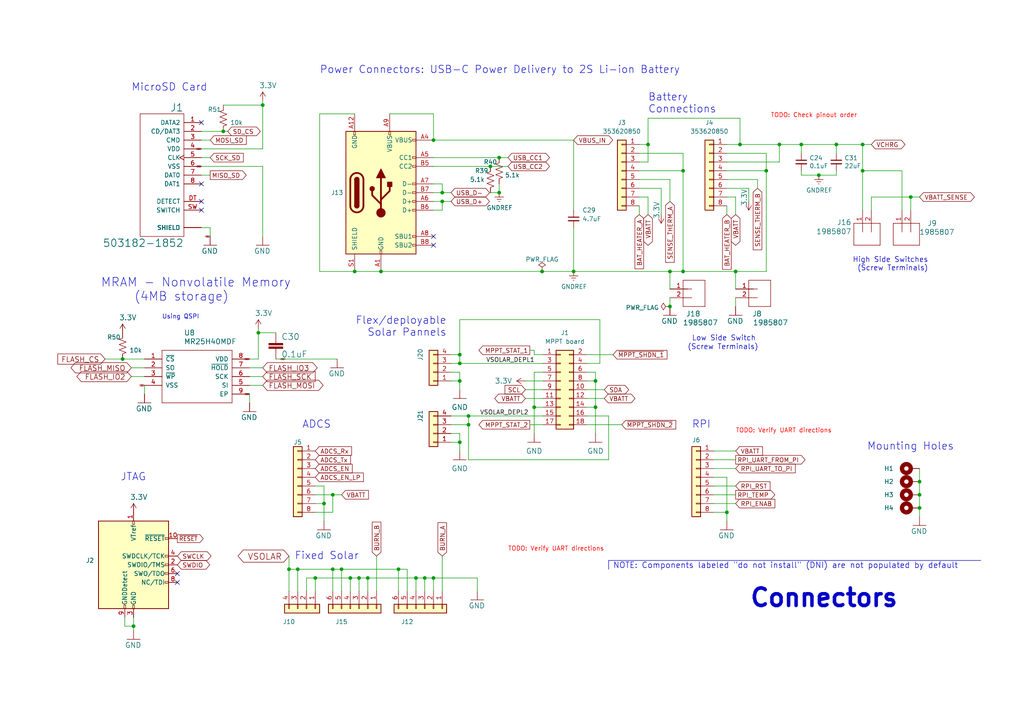
<source format=kicad_sch>
(kicad_sch (version 20230121) (generator eeschema)
  (paper "A4")
  (title_block (title "PyCubed Mainboard") (date "2021-06-09") (rev "v05c") (company "Max Holliday"))
  (lib_symbols
    (symbol "Connector:Conn_ARM_JTAG_SWD_10" (pin_names (offset 1.016))
      (property "Reference" "J" (at -2.54 16.51 0))
      (property "Value" "Conn_ARM_JTAG_SWD_10" (at -2.54 13.97 0))
      (symbol "Conn_ARM_JTAG_SWD_10_1_1"
        (pin power_in line (at 0 15.24 270) (length 2.54) (name "VTref") (number "1"))
        (pin open_collector line (at 12.7 7.62 180) (length 2.54) (name "~{RESET}") (number "10"))
        (pin bidirectional line (at 12.7 0 180) (length 2.54) (name "SWDIO/TMS") (number "2"))
        (pin power_in line (at 0 -15.24 90) (length 2.54) (name "GND") (number "3"))
        (pin output line (at 12.7 2.54 180) (length 2.54) (name "SWDCLK/TCK") (number "4"))
        (pin passive line (at 0 -15.24 90) (length 2.54) hide (name "GND") (number "5"))
        (pin input line (at 12.7 -2.54 180) (length 2.54) (name "SWO/TDO") (number "6"))
        (pin output line (at 12.7 -5.08 180) (length 2.54) (name "NC/TDI") (number "8"))
        (pin passive line (at -2.54 -15.24 90) (length 2.54) (name "GNDDetect") (number "9"))
      )
    )
    (symbol "Connector_Generic:Conn_01x04" (pin_names (offset 1.016) hide)
      (property "Reference" "J" (at 0 5.08 0))
      (property "Value" "Conn_01x04" (at 0 -7.62 0))
      (symbol "Conn_01x04_1_1"
        (pin passive line (at -5.08 2.54 0) (length 3.81) (name "Pin_1") (number "1"))
        (pin passive line (at -5.08 0 0) (length 3.81) (name "Pin_2") (number "2"))
        (pin passive line (at -5.08 -2.54 0) (length 3.81) (name "Pin_3") (number "3"))
        (pin passive line (at -5.08 -5.08 0) (length 3.81) (name "Pin_4") (number "4"))
      )
    )
    (symbol "Connector_Generic:Conn_01x06" (pin_names (offset 1.016) hide)
      (property "Reference" "J" (at 0 7.62 0))
      (property "Value" "Conn_01x06" (at 0 -10.16 0))
      (symbol "Conn_01x06_1_1"
        (pin passive line (at -5.08 5.08 0) (length 3.81) (name "Pin_1") (number "1"))
        (pin passive line (at -5.08 2.54 0) (length 3.81) (name "Pin_2") (number "2"))
        (pin passive line (at -5.08 0 0) (length 3.81) (name "Pin_3") (number "3"))
        (pin passive line (at -5.08 -2.54 0) (length 3.81) (name "Pin_4") (number "4"))
        (pin passive line (at -5.08 -5.08 0) (length 3.81) (name "Pin_5") (number "5"))
        (pin passive line (at -5.08 -7.62 0) (length 3.81) (name "Pin_6") (number "6"))
      )
    )
    (symbol "Connector_Generic:Conn_01x08" (pin_names (offset 1.016) hide)
      (property "Reference" "J" (at 0 10.16 0))
      (property "Value" "Conn_01x08" (at 0 -12.7 0))
      (symbol "Conn_01x08_1_1"
        (pin passive line (at -5.08 7.62 0) (length 3.81) (name "Pin_1") (number "1"))
        (pin passive line (at -5.08 5.08 0) (length 3.81) (name "Pin_2") (number "2"))
        (pin passive line (at -5.08 2.54 0) (length 3.81) (name "Pin_3") (number "3"))
        (pin passive line (at -5.08 0 0) (length 3.81) (name "Pin_4") (number "4"))
        (pin passive line (at -5.08 -2.54 0) (length 3.81) (name "Pin_5") (number "5"))
        (pin passive line (at -5.08 -5.08 0) (length 3.81) (name "Pin_6") (number "6"))
        (pin passive line (at -5.08 -7.62 0) (length 3.81) (name "Pin_7") (number "7"))
        (pin passive line (at -5.08 -10.16 0) (length 3.81) (name "Pin_8") (number "8"))
      )
    )
    (symbol "Connector_Generic:Conn_02x09_Odd_Even" (pin_names (offset 1.016) hide)
      (property "Reference" "J" (at 1.27 12.7 0))
      (property "Value" "Conn_02x09_Odd_Even" (at 1.27 -12.7 0))
      (symbol "Conn_02x09_Odd_Even_1_1"
        (pin passive line (at -5.08 10.16 0) (length 3.81) (name "Pin_1") (number "1"))
        (pin passive line (at 7.62 0 180) (length 3.81) (name "Pin_10") (number "10"))
        (pin passive line (at -5.08 -2.54 0) (length 3.81) (name "Pin_11") (number "11"))
        (pin passive line (at 7.62 -2.54 180) (length 3.81) (name "Pin_12") (number "12"))
        (pin passive line (at -5.08 -5.08 0) (length 3.81) (name "Pin_13") (number "13"))
        (pin passive line (at 7.62 -5.08 180) (length 3.81) (name "Pin_14") (number "14"))
        (pin passive line (at -5.08 -7.62 0) (length 3.81) (name "Pin_15") (number "15"))
        (pin passive line (at 7.62 -7.62 180) (length 3.81) (name "Pin_16") (number "16"))
        (pin passive line (at -5.08 -10.16 0) (length 3.81) (name "Pin_17") (number "17"))
        (pin passive line (at 7.62 -10.16 180) (length 3.81) (name "Pin_18") (number "18"))
        (pin passive line (at 7.62 10.16 180) (length 3.81) (name "Pin_2") (number "2"))
        (pin passive line (at -5.08 7.62 0) (length 3.81) (name "Pin_3") (number "3"))
        (pin passive line (at 7.62 7.62 180) (length 3.81) (name "Pin_4") (number "4"))
        (pin passive line (at -5.08 5.08 0) (length 3.81) (name "Pin_5") (number "5"))
        (pin passive line (at 7.62 5.08 180) (length 3.81) (name "Pin_6") (number "6"))
        (pin passive line (at -5.08 2.54 0) (length 3.81) (name "Pin_7") (number "7"))
        (pin passive line (at 7.62 2.54 180) (length 3.81) (name "Pin_8") (number "8"))
        (pin passive line (at -5.08 0 0) (length 3.81) (name "Pin_9") (number "9"))
      )
    )
    (symbol "Device:C_Small" (pin_numbers hide) (pin_names (offset 0.254) hide)
      (property "Reference" "C" (at 0.254 1.778 0))
      (property "Value" "C_Small" (at 0.254 -2.032 0))
      (symbol "C_Small_1_1"
        (pin passive line (at 0 2.54 270) (length 2.032) (name "~") (number "1"))
        (pin passive line (at 0 -2.54 90) (length 2.032) (name "~") (number "2"))
      )
    )
    (symbol "Device:R_US" (pin_numbers hide) (pin_names (offset 0))
      (property "Reference" "R" (at 2.54 0 90))
      (property "Value" "R_US" (at -2.54 0 90))
      (symbol "R_US_1_1"
        (pin passive line (at 0 3.81 270) (length 1.27) (name "~") (number "1"))
        (pin passive line (at 0 -3.81 90) (length 1.27) (name "~") (number "2"))
      )
    )
    (symbol "Mechanical:MountingHole_Pad" (pin_numbers hide) (pin_names (offset 1.016) hide)
      (property "Reference" "H" (at 0 6.35 0))
      (property "Value" "MountingHole_Pad" (at 0 4.445 0))
      (symbol "MountingHole_Pad_1_1"
        (pin input line (at 0 -2.54 90) (length 2.54) (name "1") (number "1"))
      )
    )
    (symbol "mainboard:1985807" (pin_names (offset 1.016))
      (property "Reference" "JP" (at -2.54 5.842 0))
      (property "Value" "1985807" (at -2.54 -5.08 0))
      (symbol "1985807_1_0"
        (pin passive line (at 7.62 0 180) (length 5.08) (name "1") (number "1"))
        (pin passive line (at 7.62 2.54 180) (length 5.08) (name "2") (number "2"))
      )
    )
    (symbol "mainboard:2.2UF-0603-10V-20%" (pin_names (offset 1.016))
      (property "Reference" "C" (at 1.524 2.921 0))
      (property "Value" "2.2UF-0603-10V-20%" (at 1.524 -2.159 0))
      (symbol "2.2UF-0603-10V-20%_1_0"
        (pin passive line (at 0 5.08 270) (length 2.54) (name "1") (number "1"))
        (pin passive line (at 0 -2.54 90) (length 2.54) (name "2") (number "2"))
      )
    )
    (symbol "mainboard:3.3V" (power) (pin_names (offset 1.016))
      (property "Value" "3.3V" (at -1.016 3.556 0))
      (symbol "3.3V_1_0"
        (pin power_in line (at 0 0 90) (length 2.54) (name "3.3V") (number "1"))
      )
    )
    (symbol "mainboard:503182-1852" (pin_names (offset 1.016))
      (property "Reference" "J" (at 0 18.3642 0))
      (property "Value" "503182-1852" (at 0 -20.9042 0))
      (symbol "503182-1852_1_0"
        (pin bidirectional line (at -5.08 15.24 0) (length 5.08) (name "DATA2") (number "1"))
        (pin bidirectional line (at -5.08 12.7 0) (length 5.08) (name "CD/DAT3") (number "2"))
        (pin bidirectional line (at -5.08 10.16 0) (length 5.08) (name "CMD") (number "3"))
        (pin power_in line (at -5.08 7.62 0) (length 5.08) (name "VDD") (number "4"))
        (pin bidirectional clock (at -5.08 5.08 0) (length 5.08) (name "CLK") (number "5"))
        (pin power_in line (at -5.08 2.54 0) (length 5.08) (name "VSS") (number "6"))
        (pin bidirectional line (at -5.08 0 0) (length 5.08) (name "DAT0") (number "7"))
        (pin bidirectional line (at -5.08 -2.54 0) (length 5.08) (name "DAT1") (number "8"))
        (pin bidirectional line (at -5.08 -7.62 0) (length 5.08) (name "DETECT") (number "DT"))
        (pin passive line (at -5.08 -15.24 0) (length 5.08) (name "SHIELD") (number "P1"))
        (pin passive line (at -5.08 -15.24 0) (length 5.08) (name "SHIELD") (number "P2"))
        (pin passive line (at -5.08 -15.24 0) (length 5.08) (name "SHIELD") (number "P3"))
        (pin passive line (at -5.08 -15.24 0) (length 5.08) (name "SHIELD") (number "P4"))
        (pin passive line (at -5.08 -15.24 0) (length 5.08) (name "SHIELD") (number "P5"))
        (pin bidirectional line (at -5.08 -10.16 0) (length 5.08) (name "SWITCH") (number "SW"))
      )
    )
    (symbol "mainboard:GND" (power) (pin_names (offset 1.016))
      (property "Value" "GND" (at -2.54 -2.54 0))
      (symbol "GND_1_0"
        (pin power_in line (at 0 2.54 270) (length 2.54) (name "GND") (number "1"))
      )
    )
    (symbol "mainboard:MR25H40MDF" (pin_names (offset 1.016))
      (property "Reference" "U" (at 11.43 7.62 0))
      (property "Value" "MR25H40MDF" (at 11.43 5.08 0))
      (symbol "MR25H40MDF_1_0"
        (pin bidirectional line (at 0 0 0) (length 5.08) (name "~{CS}") (number "1"))
        (pin bidirectional line (at 0 -2.54 0) (length 5.08) (name "SO") (number "2"))
        (pin bidirectional line (at 0 -5.08 0) (length 5.08) (name "~{WP}") (number "3"))
        (pin bidirectional line (at 0 -7.62 0) (length 5.08) (name "VSS") (number "4"))
        (pin bidirectional line (at 30.48 -7.62 180) (length 5.08) (name "SI") (number "5"))
        (pin bidirectional line (at 30.48 -5.08 180) (length 5.08) (name "SCK") (number "6"))
        (pin bidirectional line (at 30.48 -2.54 180) (length 5.08) (name "~{HOLD}") (number "7"))
        (pin bidirectional line (at 30.48 0 180) (length 5.08) (name "VDD") (number "8"))
        (pin bidirectional line (at 30.48 -10.16 180) (length 5.08) (name "EP") (number "9"))
      )
    )
    (symbol "mainboard:USB_C_pycubed" (pin_names (offset 1.016))
      (property "Reference" "J" (at -12.7 0 90))
      (symbol "USB_C_pycubed_1_1"
        (pin passive line (at 0 -22.86 90) (length 5.08) (name "GND") (number "A1"))
        (pin passive line (at -7.62 22.86 270) (length 5.08) (name "GND") (number "A12"))
        (pin passive line (at 15.24 15.24 180) (length 5.08) (name "VBUS") (number "A4"))
        (pin bidirectional line (at 15.24 10.16 180) (length 5.08) (name "CC1") (number "A5"))
        (pin bidirectional line (at 15.24 -2.54 180) (length 5.08) (name "D+") (number "A6"))
        (pin bidirectional line (at 15.24 2.54 180) (length 5.08) (name "D-") (number "A7"))
        (pin bidirectional line (at 15.24 -12.7 180) (length 5.08) (name "SBU1") (number "A8"))
        (pin passive line (at 2.54 22.86 270) (length 5.08) (name "VBUS") (number "A9"))
        (pin bidirectional line (at 15.24 7.62 180) (length 5.08) (name "CC2") (number "B5"))
        (pin bidirectional line (at 15.24 -5.08 180) (length 5.08) (name "D+") (number "B6"))
        (pin bidirectional line (at 15.24 0 180) (length 5.08) (name "D-") (number "B7"))
        (pin bidirectional line (at 15.24 -15.24 180) (length 5.08) (name "SBU2") (number "B8"))
        (pin passive line (at -7.62 -22.86 90) (length 5.08) (name "SHIELD") (number "S1"))
      )
    )
    (symbol "power:GNDREF" (power) (pin_names (offset 0))
      (property "Value" "GNDREF" (at 0 -3.81 0))
      (symbol "GNDREF_1_1"
        (pin power_in line (at 0 0 270) (length 0) hide (name "GNDREF") (number "1"))
      )
    )
    (symbol "power:PWR_FLAG" (power) (pin_numbers hide) (pin_names (offset 0) hide)
      (property "Value" "PWR_FLAG" (at 0 3.81 0))
      (symbol "PWR_FLAG_0_0"
        (pin power_out line (at 0 0 90) (length 0) (name "pwr") (number "1"))
      )
    )
  )
  (junction (at 74.93 96.52))
  (junction (at 38.735 181.61))
  (junction (at 135.89 120.65))
  (junction (at 125.73 167.64))
  (junction (at 213.36 78.74))
  (junction (at 144.78 45.72))
  (junction (at 198.12 78.74))
  (junction (at 133.35 105.41))
  (junction (at 133.35 102.87))
  (junction (at 194.31 88.9))
  (junction (at 214.63 41.91))
  (junction (at 99.06 165.1))
  (junction (at 123.19 167.64))
  (junction (at 264.16 57.15))
  (junction (at 102.87 78.74))
  (junction (at 101.6 167.64))
  (junction (at 242.57 41.91))
  (junction (at 144.78 55.88))
  (junction (at 166.37 78.74))
  (junction (at 157.226 78.74))
  (junction (at 110.49 78.74))
  (junction (at 106.68 167.64))
  (junction (at 172.72 118.11))
  (junction (at 266.7 143.51))
  (junction (at 35.56 104.14))
  (junction (at 91.44 167.64))
  (junction (at 226.06 41.91))
  (junction (at 198.12 49.53))
  (junction (at 128.27 55.88))
  (junction (at 187.96 41.91))
  (junction (at 266.7 147.32))
  (junction (at 76.2 30.48))
  (junction (at 96.52 165.1))
  (junction (at 237.49 50.8))
  (junction (at 83.82 165.1))
  (junction (at 154.94 118.11))
  (junction (at 133.35 128.27))
  (junction (at 135.89 123.19))
  (junction (at 232.41 41.91))
  (junction (at 93.98 146.05))
  (junction (at 120.65 167.64))
  (junction (at 125.73 40.64))
  (junction (at 86.36 165.1))
  (junction (at 115.57 165.1))
  (junction (at 222.25 49.53))
  (junction (at 133.35 110.49))
  (junction (at 250.19 49.53))
  (junction (at 210.82 148.59))
  (junction (at 96.52 143.51))
  (junction (at 64.77 38.1))
  (junction (at 128.27 58.42))
  (junction (at 172.72 110.49))
  (junction (at 266.7 139.7))
  (junction (at 194.31 78.74))
  (junction (at 104.14 167.64))
  (junction (at 250.19 41.91))
  (junction (at 142.24 48.26))
  (no_connect (at 51.435 168.91))
  (no_connect (at 125.73 71.12))
  (no_connect (at 58.42 53.34))
  (no_connect (at 51.435 166.37))
  (no_connect (at 58.42 35.56))
  (no_connect (at 58.42 58.42))
  (no_connect (at 58.42 60.96))
  (no_connect (at 125.73 68.58))
  (wire (pts (xy 133.35 125.73) (xy 133.35 128.27)))
  (wire (pts (xy 96.52 165.1) (xy 99.06 165.1)))
  (wire (pts (xy 166.37 66.04) (xy 166.37 78.74)))
  (wire (pts (xy 125.73 171.45) (xy 125.73 167.64)))
  (wire (pts (xy 185.42 44.45) (xy 198.12 44.45)))
  (wire (pts (xy 80.01 96.52) (xy 74.93 96.52)))
  (polyline (pts (xy 176.53 165.1) (xy 176.53 162.56)))
  (wire (pts (xy 135.89 120.65) (xy 157.48 120.65)))
  (wire (pts (xy 115.57 165.1) (xy 118.11 165.1)))
  (wire (pts (xy 210.82 41.91) (xy 214.63 41.91)))
  (wire (pts (xy 76.2 30.48) (xy 76.2 29.21)))
  (wire (pts (xy 170.18 107.95) (xy 172.72 107.95)))
  (wire (pts (xy 96.52 143.51) (xy 91.44 143.51)))
  (wire (pts (xy 170.18 120.65) (xy 176.53 120.65)))
  (wire (pts (xy 76.2 48.26) (xy 76.2 68.58)))
  (wire (pts (xy 187.96 41.91) (xy 187.96 34.29)))
  (wire (pts (xy 210.82 151.13) (xy 210.82 148.59)))
  (wire (pts (xy 144.78 45.72) (xy 147.32 45.72)))
  (wire (pts (xy 133.35 105.41) (xy 157.48 105.41)))
  (wire (pts (xy 64.77 30.48) (xy 76.2 30.48)))
  (wire (pts (xy 91.44 167.64) (xy 88.9 167.64)))
  (wire (pts (xy 172.72 118.11) (xy 170.18 118.11)))
  (wire (pts (xy 191.77 62.23) (xy 191.77 54.61)))
  (wire (pts (xy 125.73 48.26) (xy 142.24 48.26)))
  (wire (pts (xy 92.71 78.74) (xy 92.71 33.02)))
  (wire (pts (xy 120.65 167.64) (xy 123.19 167.64)))
  (wire (pts (xy 219.71 52.07) (xy 219.71 54.61)))
  (wire (pts (xy 99.06 143.51) (xy 96.52 143.51)))
  (wire (pts (xy 242.57 44.45) (xy 242.57 41.91)))
  (wire (pts (xy 118.11 171.45) (xy 118.11 165.1)))
  (wire (pts (xy 207.01 135.89) (xy 213.36 135.89)))
  (wire (pts (xy 194.31 86.36) (xy 194.31 88.9)))
  (wire (pts (xy 185.42 46.99) (xy 187.96 46.99)))
  (wire (pts (xy 83.82 161.29) (xy 83.82 165.1)))
  (wire (pts (xy 222.25 44.45) (xy 222.25 49.53)))
  (wire (pts (xy 142.24 48.26) (xy 147.32 48.26)))
  (wire (pts (xy 207.01 146.05) (xy 213.36 146.05)))
  (wire (pts (xy 194.31 52.07) (xy 185.42 52.07)))
  (wire (pts (xy 232.41 50.8) (xy 232.41 49.53)))
  (wire (pts (xy 266.7 143.51) (xy 266.7 147.32)))
  (wire (pts (xy 152.4 110.49) (xy 157.48 110.49)))
  (wire (pts (xy 106.68 171.45) (xy 106.68 167.64)))
  (wire (pts (xy 93.98 151.13) (xy 93.98 146.05)))
  (wire (pts (xy 64.77 38.1) (xy 66.04 38.1)))
  (wire (pts (xy 125.73 33.02) (xy 125.73 40.64)))
  (wire (pts (xy 91.44 167.64) (xy 91.44 171.45)))
  (wire (pts (xy 104.14 167.64) (xy 101.6 167.64)))
  (wire (pts (xy 133.35 102.87) (xy 133.35 105.41)))
  (wire (pts (xy 58.42 45.72) (xy 60.96 45.72)))
  (wire (pts (xy 266.7 139.7) (xy 266.7 143.51)))
  (wire (pts (xy 250.19 49.53) (xy 261.62 49.53)))
  (wire (pts (xy 154.94 118.11) (xy 157.48 118.11)))
  (wire (pts (xy 133.35 113.03) (xy 133.35 110.49)))
  (wire (pts (xy 128.27 60.96) (xy 128.27 58.42)))
  (wire (pts (xy 185.42 59.69) (xy 185.42 62.23)))
  (wire (pts (xy 133.35 107.95) (xy 133.35 110.49)))
  (wire (pts (xy 157.226 78.74) (xy 110.49 78.74)))
  (wire (pts (xy 213.36 83.82) (xy 213.36 78.74)))
  (wire (pts (xy 76.2 43.18) (xy 76.2 30.48)))
  (wire (pts (xy 115.57 171.45) (xy 115.57 165.1)))
  (wire (pts (xy 172.72 125.73) (xy 172.72 118.11)))
  (wire (pts (xy 58.42 40.64) (xy 60.96 40.64)))
  (wire (pts (xy 125.73 60.96) (xy 128.27 60.96)))
  (wire (pts (xy 207.01 130.81) (xy 213.36 130.81)))
  (wire (pts (xy 120.65 167.64) (xy 120.65 171.45)))
  (wire (pts (xy 72.39 104.14) (xy 74.93 104.14)))
  (wire (pts (xy 250.19 41.91) (xy 250.19 49.53)))
  (wire (pts (xy 93.98 140.97) (xy 91.44 140.97)))
  (wire (pts (xy 133.35 130.81) (xy 133.35 128.27)))
  (wire (pts (xy 207.01 133.35) (xy 213.36 133.35)))
  (wire (pts (xy 128.27 58.42) (xy 125.73 58.42)))
  (wire (pts (xy 166.37 40.64) (xy 166.37 60.96)))
  (wire (pts (xy 83.82 165.1) (xy 83.82 171.45)))
  (wire (pts (xy 135.89 120.65) (xy 135.89 123.19)))
  (wire (pts (xy 170.18 105.41) (xy 173.99 105.41)))
  (wire (pts (xy 128.27 161.29) (xy 128.27 171.45)))
  (wire (pts (xy 210.82 148.59) (xy 207.01 148.59)))
  (wire (pts (xy 176.53 133.35) (xy 176.53 120.65)))
  (wire (pts (xy 58.42 66.04) (xy 60.96 66.04)))
  (wire (pts (xy 226.06 41.91) (xy 232.41 41.91)))
  (wire (pts (xy 96.52 171.45) (xy 96.52 165.1)))
  (wire (pts (xy 194.31 78.74) (xy 198.12 78.74)))
  (wire (pts (xy 187.96 57.15) (xy 187.96 62.23)))
  (wire (pts (xy 213.36 78.74) (xy 222.25 78.74)))
  (wire (pts (xy 130.81 125.73) (xy 133.35 125.73)))
  (wire (pts (xy 166.37 78.74) (xy 194.31 78.74)))
  (wire (pts (xy 266.7 135.89) (xy 266.7 139.7)))
  (wire (pts (xy 76.2 106.68) (xy 72.39 106.68)))
  (wire (pts (xy 264.16 57.15) (xy 252.73 57.15)))
  (wire (pts (xy 133.35 92.71) (xy 173.99 92.71)))
  (wire (pts (xy 266.7 147.32) (xy 266.7 149.86)))
  (wire (pts (xy 30.48 104.14) (xy 35.56 104.14)))
  (wire (pts (xy 138.43 167.64) (xy 138.43 171.45)))
  (wire (pts (xy 133.35 128.27) (xy 130.81 128.27)))
  (wire (pts (xy 152.4 113.03) (xy 157.48 113.03)))
  (wire (pts (xy 99.06 165.1) (xy 99.06 171.45)))
  (wire (pts (xy 210.82 59.69) (xy 210.82 62.23)))
  (wire (pts (xy 135.89 133.35) (xy 176.53 133.35)))
  (wire (pts (xy 128.27 53.34) (xy 128.27 55.88)))
  (wire (pts (xy 154.94 107.95) (xy 154.94 118.11)))
  (wire (pts (xy 154.94 101.6) (xy 154.94 102.87)))
  (wire (pts (xy 222.25 49.53) (xy 222.25 78.74)))
  (wire (pts (xy 210.82 46.99) (xy 226.06 46.99)))
  (wire (pts (xy 237.49 50.8) (xy 242.57 50.8)))
  (wire (pts (xy 102.87 78.74) (xy 92.71 78.74)))
  (wire (pts (xy 102.87 78.74) (xy 110.49 78.74)))
  (wire (pts (xy 76.2 109.22) (xy 72.39 109.22)))
  (wire (pts (xy 213.36 57.15) (xy 210.82 57.15)))
  (wire (pts (xy 86.36 165.1) (xy 86.36 171.45)))
  (wire (pts (xy 198.12 78.74) (xy 213.36 78.74)))
  (wire (pts (xy 198.12 44.45) (xy 198.12 49.53)))
  (wire (pts (xy 35.56 104.14) (xy 41.91 104.14)))
  (wire (pts (xy 166.37 40.64) (xy 125.73 40.64)))
  (wire (pts (xy 185.42 41.91) (xy 187.96 41.91)))
  (wire (pts (xy 252.73 41.91) (xy 250.19 41.91)))
  (wire (pts (xy 210.82 54.61) (xy 217.17 54.61)))
  (wire (pts (xy 72.39 114.3) (xy 72.39 116.84)))
  (wire (pts (xy 83.82 165.1) (xy 86.36 165.1)))
  (wire (pts (xy 106.68 167.64) (xy 120.65 167.64)))
  (wire (pts (xy 123.19 167.64) (xy 125.73 167.64)))
  (wire (pts (xy 99.06 165.1) (xy 115.57 165.1)))
  (wire (pts (xy 261.62 49.53) (xy 261.62 60.96)))
  (wire (pts (xy 250.19 49.53) (xy 250.19 60.96)))
  (wire (pts (xy 128.27 55.88) (xy 130.81 55.88)))
  (wire (pts (xy 86.36 165.1) (xy 96.52 165.1)))
  (wire (pts (xy 88.9 167.64) (xy 88.9 171.45)))
  (wire (pts (xy 264.16 57.15) (xy 264.16 60.96)))
  (wire (pts (xy 153.67 101.6) (xy 154.94 101.6)))
  (wire (pts (xy 60.96 66.04) (xy 60.96 68.58)))
  (wire (pts (xy 187.96 34.29) (xy 214.63 34.29)))
  (wire (pts (xy 170.18 123.19) (xy 180.34 123.19)))
  (wire (pts (xy 198.12 49.53) (xy 198.12 78.74)))
  (wire (pts (xy 154.94 102.87) (xy 157.48 102.87)))
  (wire (pts (xy 91.44 148.59) (xy 96.52 148.59)))
  (wire (pts (xy 130.81 105.41) (xy 133.35 105.41)))
  (wire (pts (xy 191.77 54.61) (xy 185.42 54.61)))
  (wire (pts (xy 210.82 44.45) (xy 222.25 44.45)))
  (wire (pts (xy 125.73 167.64) (xy 138.43 167.64)))
  (wire (pts (xy 130.81 110.49) (xy 133.35 110.49)))
  (wire (pts (xy 38.735 179.07) (xy 38.735 181.61)))
  (wire (pts (xy 157.48 107.95) (xy 154.94 107.95)))
  (wire (pts (xy 80.01 104.14) (xy 97.79 104.14)))
  (wire (pts (xy 74.93 104.14) (xy 74.93 96.52)))
  (wire (pts (xy 125.73 53.34) (xy 128.27 53.34)))
  (wire (pts (xy 194.31 58.42) (xy 194.31 52.07)))
  (wire (pts (xy 113.03 33.02) (xy 125.73 33.02)))
  (wire (pts (xy 38.735 181.61) (xy 38.735 182.88)))
  (wire (pts (xy 170.18 102.87) (xy 177.8 102.87)))
  (wire (pts (xy 135.89 123.19) (xy 135.89 133.35)))
  (wire (pts (xy 109.22 161.29) (xy 109.22 171.45)))
  (wire (pts (xy 242.57 50.8) (xy 242.57 49.53)))
  (wire (pts (xy 130.81 120.65) (xy 135.89 120.65)))
  (wire (pts (xy 214.63 34.29) (xy 214.63 41.91)))
  (wire (pts (xy 173.99 92.71) (xy 173.99 105.41)))
  (wire (pts (xy 210.82 52.07) (xy 219.71 52.07)))
  (wire (pts (xy 154.94 125.73) (xy 154.94 118.11)))
  (wire (pts (xy 144.78 55.88) (xy 144.78 53.34)))
  (wire (pts (xy 232.41 50.8) (xy 237.49 50.8)))
  (wire (pts (xy 214.63 41.91) (xy 226.06 41.91)))
  (wire (pts (xy 210.82 138.43) (xy 210.82 148.59)))
  (wire (pts (xy 207.01 138.43) (xy 210.82 138.43)))
  (wire (pts (xy 207.01 140.97) (xy 213.36 140.97)))
  (wire (pts (xy 91.44 146.05) (xy 93.98 146.05)))
  (wire (pts (xy 125.73 45.72) (xy 144.78 45.72)))
  (wire (pts (xy 96.52 148.59) (xy 96.52 143.51)))
  (wire (pts (xy 133.35 102.87) (xy 133.35 92.71)))
  (wire (pts (xy 172.72 110.49) (xy 172.72 118.11)))
  (wire (pts (xy 194.31 83.82) (xy 194.31 78.74)))
  (wire (pts (xy 36.195 179.07) (xy 36.195 181.61)))
  (wire (pts (xy 210.82 49.53) (xy 222.25 49.53)))
  (wire (pts (xy 187.96 46.99) (xy 187.96 41.91)))
  (wire (pts (xy 207.01 143.51) (xy 213.36 143.51)))
  (wire (pts (xy 142.24 55.88) (xy 144.78 55.88)))
  (wire (pts (xy 76.2 111.76) (xy 72.39 111.76)))
  (wire (pts (xy 213.36 62.23) (xy 213.36 57.15)))
  (wire (pts (xy 166.37 78.74) (xy 157.226 78.74)))
  (wire (pts (xy 130.81 102.87) (xy 133.35 102.87)))
  (wire (pts (xy 172.72 107.95) (xy 172.72 110.49)))
  (wire (pts (xy 226.06 41.91) (xy 226.06 46.99)))
  (wire (pts (xy 101.6 167.64) (xy 101.6 171.45)))
  (wire (pts (xy 266.7 57.15) (xy 264.16 57.15)))
  (wire (pts (xy 58.42 43.18) (xy 76.2 43.18)))
  (wire (pts (xy 170.18 115.57) (xy 175.26 115.57)))
  (wire (pts (xy 58.42 38.1) (xy 64.77 38.1)))
  (wire (pts (xy 128.27 58.42) (xy 130.81 58.42)))
  (wire (pts (xy 170.18 113.03) (xy 175.26 113.03)))
  (wire (pts (xy 130.81 123.19) (xy 135.89 123.19)))
  (wire (pts (xy 252.73 57.15) (xy 252.73 60.96)))
  (wire (pts (xy 41.91 111.76) (xy 41.91 114.3)))
  (wire (pts (xy 93.98 146.05) (xy 93.98 140.97)))
  (wire (pts (xy 92.71 33.02) (xy 102.87 33.02)))
  (wire (pts (xy 38.1 106.68) (xy 41.91 106.68)))
  (wire (pts (xy 185.42 49.53) (xy 198.12 49.53)))
  (wire (pts (xy 74.93 96.52) (xy 74.93 95.25)))
  (wire (pts (xy 130.81 107.95) (xy 133.35 107.95)))
  (wire (pts (xy 170.18 110.49) (xy 172.72 110.49)))
  (wire (pts (xy 185.42 57.15) (xy 187.96 57.15)))
  (wire (pts (xy 101.6 167.64) (xy 91.44 167.64)))
  (wire (pts (xy 128.27 55.88) (xy 125.73 55.88)))
  (wire (pts (xy 123.19 171.45) (xy 123.19 167.64)))
  (wire (pts (xy 232.41 44.45) (xy 232.41 41.91)))
  (wire (pts (xy 213.36 86.36) (xy 213.36 88.9)))
  (wire (pts (xy 58.42 50.8) (xy 60.96 50.8)))
  (wire (pts (xy 242.57 41.91) (xy 250.19 41.91)))
  (polyline (pts (xy 176.53 162.56) (xy 284.48 162.56)))
  (wire (pts (xy 152.4 115.57) (xy 157.48 115.57)))
  (wire (pts (xy 153.67 123.19) (xy 157.48 123.19)))
  (wire (pts (xy 58.42 48.26) (xy 76.2 48.26)))
  (wire (pts (xy 104.14 167.64) (xy 106.68 167.64)))
  (wire (pts (xy 104.14 167.64) (xy 104.14 171.45)))
  (wire (pts (xy 232.41 41.91) (xy 242.57 41.91)))
  (wire (pts (xy 217.17 54.61) (xy 217.17 58.42)))
  (wire (pts (xy 38.1 109.22) (xy 41.91 109.22)))
  (wire (pts (xy 36.195 181.61) (xy 38.735 181.61)))
  (text "Flex/deployable\nSolar Pannels\n" (at 129.54 97.79 0) (effects (font (size 2.159 2.159)) (justify right bottom)))
  (text "TODO: Verify UART directions" (at 147.32 160.02 0) (effects (font (size 1.27 1.27)) (justify left bottom)))
  (text "RPI" (at 200.66 124.46 0) (effects (font (size 2.159 2.159)) (justify left bottom)))
  (text "Power Connectors: USB-C Power Delivery to 2S Li-ion Battery" (at 92.71 21.59 0) (effects (font (size 2.159 2.159)) (justify left bottom)))
  (text "NOTE: Components labeled \"do not install\" (DNI) are not populated by default" (at 177.8 165.1 0) (effects (font (size 1.651 1.651)) (justify left bottom)))
  (text "ADCS" (at 87.63 124.46 0) (effects (font (size 2.159 2.159)) (justify left bottom)))
  (text "TODO: Check pinout order" (at 223.52 34.29 0) (effects (font (size 1.27 1.27)) (justify left bottom)))
  (text "High Side Switches\n(Screw Terminals)" (at 269.24 78.74 0) (effects (font (size 1.4986 1.4986)) (justify right bottom)))
  (text "Connectors" (at 217.17 176.53 0) (effects (font (size 5.08 5.08) (thickness 1.016) bold) (justify left bottom)))
  (text "Battery\nConnections" (at 187.96 33.02 0) (effects (font (size 2.159 2.159)) (justify left bottom)))
  (text "Low Side Switch" (at 200.66 99.06 0) (effects (font (size 1.4986 1.4986)) (justify left bottom)))
  (text "TODO: Verify UART directions" (at 213.36 125.73 0) (effects (font (size 1.27 1.27)) (justify left bottom)))
  (text "MRAM - Nonvolatile Memory\n     (4MB storage)" (at 29.21 87.63 0) (effects (font (size 2.54 2.54)) (justify left bottom)))
  (text "MicroSD Card" (at 38.1 26.67 0) (effects (font (size 2.159 2.159)) (justify left bottom)))
  (text "Fixed Solar\n" (at 104.14 162.56 0) (effects (font (size 2.159 2.159)) (justify right bottom)))
  (text "Using QSPI" (at 46.99 92.71 0) (effects (font (size 1.27 1.27)) (justify left bottom)))
  (text "JTAG" (at 34.925 139.7 0) (effects (font (size 2.159 2.159)) (justify left bottom)))
  (text "(Screw Terminals)" (at 199.39 101.6 0) (effects (font (size 1.4986 1.4986)) (justify left bottom)))
  (text "Mounting Holes" (at 251.46 130.81 0) (effects (font (size 2.159 2.159)) (justify left bottom)))
  (label "VSOLAR_DEPL1" (at 140.97 105.41 0))
  (label "VSOLAR_DEPL2" (at 139.192 120.65 0))
  (global_label "SD_CS" (shape bidirectional) (at 66.04 38.1 0) (property "Intersheetrefs" "${INTERSHEET_REFS}" (effects hide)))
  (global_label "SWDIO" (shape bidirectional) (at 51.435 163.83 0) (property "Intersheetrefs" "${INTERSHEET_REFS}" (effects hide)))
  (global_label "MISO_SD" (shape output) (at 60.96 50.8 0) (property "Intersheetrefs" "${INTERSHEET_REFS}" (effects hide)))
  (global_label "~{RESET}" (shape output) (at 51.435 156.21 0) (effects (font (size 1.1684 1.1684))) (property "Intersheetrefs" "${INTERSHEET_REFS}" (effects hide)))
  (global_label "RPI_UART_TO_PI" (shape input) (at 213.36 135.89 0) (property "Intersheetrefs" "${INTERSHEET_REFS}" (effects hide)))
  (global_label "GND" (shape bidirectional) (at 41.91 111.76 180) (effects (font (size 0.254 0.254))) (property "Intersheetrefs" "${INTERSHEET_REFS}" (effects hide)))
  (global_label "FLASH_CS" (shape input) (at 30.48 104.14 180) (effects (font (size 1.4986 1.4986))) (property "Intersheetrefs" "${INTERSHEET_REFS}" (effects hide)))
  (global_label "GND" (shape bidirectional) (at 60.96 68.58 180) (effects (font (size 0.254 0.254))) (property "Intersheetrefs" "${INTERSHEET_REFS}" (effects hide)))
  (global_label "GND" (shape bidirectional) (at 81.28 104.14 0) (effects (font (size 0.254 0.254))) (property "Intersheetrefs" "${INTERSHEET_REFS}" (effects hide)))
  (global_label "SCK_SD" (shape input) (at 60.96 45.72 0) (property "Intersheetrefs" "${INTERSHEET_REFS}" (effects hide)))
  (global_label "3.3V" (shape bidirectional) (at 72.39 104.14 180) (effects (font (size 0.254 0.254))) (property "Intersheetrefs" "${INTERSHEET_REFS}" (effects hide)))
  (global_label "VBATT" (shape input) (at 99.06 143.51 0) (property "Intersheetrefs" "${INTERSHEET_REFS}" (effects hide)))
  (global_label "FLASH_SCK" (shape input) (at 76.2 109.22 0) (effects (font (size 1.4986 1.4986))) (property "Intersheetrefs" "${INTERSHEET_REFS}" (effects hide)))
  (global_label "SENSE_THERM_A" (shape input) (at 194.31 58.42 270) (property "Intersheetrefs" "${INTERSHEET_REFS}" (effects hide)))
  (global_label "ADCS_EN_LP" (shape input) (at 91.44 138.43 0) (property "Intersheetrefs" "${INTERSHEET_REFS}" (effects hide)))
  (global_label "VSOLAR" (shape bidirectional) (at 83.82 161.29 180) (effects (font (size 1.778 1.778))) (property "Intersheetrefs" "${INTERSHEET_REFS}" (effects hide)))
  (global_label "VCHRG" (shape bidirectional) (at 252.73 41.91 0) (property "Intersheetrefs" "${INTERSHEET_REFS}" (effects hide)))
  (global_label "BURN_B" (shape input) (at 109.22 161.29 90) (property "Intersheetrefs" "${INTERSHEET_REFS}" (effects hide)))
  (global_label "FLASH_MISO" (shape bidirectional) (at 38.1 106.68 180) (effects (font (size 1.4986 1.4986))) (property "Intersheetrefs" "${INTERSHEET_REFS}" (effects hide)))
  (global_label "FLASH_IO2" (shape bidirectional) (at 38.1 109.22 180) (effects (font (size 1.4986 1.4986))) (property "Intersheetrefs" "${INTERSHEET_REFS}" (effects hide)))
  (global_label "USB_D+" (shape bidirectional) (at 130.81 58.42 0) (property "Intersheetrefs" "${INTERSHEET_REFS}" (effects hide)))
  (global_label "ADCS_Rx" (shape input) (at 91.44 130.81 0) (property "Intersheetrefs" "${INTERSHEET_REFS}" (effects hide)))
  (global_label "~{MPPT_SHDN_1}" (shape input) (at 177.8 102.87 0) (property "Intersheetrefs" "${INTERSHEET_REFS}" (effects hide)))
  (global_label "BAT_HEATER_A" (shape input) (at 185.42 62.23 270) (property "Intersheetrefs" "${INTERSHEET_REFS}" (effects hide)))
  (global_label "GND" (shape bidirectional) (at 72.39 114.3 180) (effects (font (size 0.254 0.254))) (property "Intersheetrefs" "${INTERSHEET_REFS}" (effects hide)))
  (global_label "VBATT" (shape input) (at 213.36 130.81 0) (property "Intersheetrefs" "${INTERSHEET_REFS}" (effects hide)))
  (global_label "GND" (shape bidirectional) (at 58.42 48.26 180) (effects (font (size 0.254 0.254))) (property "Intersheetrefs" "${INTERSHEET_REFS}" (effects hide)))
  (global_label "RPI_UART_FROM_PI" (shape output) (at 213.36 133.35 0) (property "Intersheetrefs" "${INTERSHEET_REFS}" (effects hide)))
  (global_label "ADCS_Tx" (shape input) (at 91.44 133.35 0) (property "Intersheetrefs" "${INTERSHEET_REFS}" (effects hide)))
  (global_label "RPI_ENAB" (shape input) (at 213.36 146.05 0) (property "Intersheetrefs" "${INTERSHEET_REFS}" (effects hide)))
  (global_label "ADCS_EN" (shape input) (at 91.44 135.89 0) (property "Intersheetrefs" "${INTERSHEET_REFS}" (effects hide)))
  (global_label "SDA" (shape bidirectional) (at 175.26 113.03 0) (property "Intersheetrefs" "${INTERSHEET_REFS}" (effects hide)))
  (global_label "RPI_TEMP" (shape output) (at 213.36 143.51 0) (property "Intersheetrefs" "${INTERSHEET_REFS}" (effects hide)))
  (global_label "SENSE_THERM_B" (shape input) (at 219.71 54.61 270) (property "Intersheetrefs" "${INTERSHEET_REFS}" (effects hide)))
  (global_label "FLASH_MOSI" (shape bidirectional) (at 76.2 111.76 0) (effects (font (size 1.4986 1.4986))) (property "Intersheetrefs" "${INTERSHEET_REFS}" (effects hide)))
  (global_label "~{MPPT_SHDN_2}" (shape input) (at 180.34 123.19 0) (property "Intersheetrefs" "${INTERSHEET_REFS}" (effects hide)))
  (global_label "VBATT" (shape bidirectional) (at 187.96 62.23 270) (property "Intersheetrefs" "${INTERSHEET_REFS}" (effects hide)))
  (global_label "3.3V" (shape bidirectional) (at 58.42 43.18 180) (effects (font (size 0.254 0.254))) (property "Intersheetrefs" "${INTERSHEET_REFS}" (effects hide)))
  (global_label "SWCLK" (shape bidirectional) (at 51.435 161.29 0) (property "Intersheetrefs" "${INTERSHEET_REFS}" (effects hide)))
  (global_label "VBATT_SENSE" (shape bidirectional) (at 266.7 57.15 0) (property "Intersheetrefs" "${INTERSHEET_REFS}" (effects hide)))
  (global_label "SCL" (shape input) (at 152.4 113.03 180) (property "Intersheetrefs" "${INTERSHEET_REFS}" (effects hide)))
  (global_label "MOSI_SD" (shape input) (at 60.96 40.64 0) (property "Intersheetrefs" "${INTERSHEET_REFS}" (effects hide)))
  (global_label "USB_CC2" (shape bidirectional) (at 147.32 48.26 0) (property "Intersheetrefs" "${INTERSHEET_REFS}" (effects hide)))
  (global_label "VBATT" (shape bidirectional) (at 213.36 62.23 270) (property "Intersheetrefs" "${INTERSHEET_REFS}" (effects hide)))
  (global_label "USB_CC1" (shape bidirectional) (at 147.32 45.72 0) (property "Intersheetrefs" "${INTERSHEET_REFS}" (effects hide)))
  (global_label "BURN_A" (shape input) (at 128.27 161.29 90) (property "Intersheetrefs" "${INTERSHEET_REFS}" (effects hide)))
  (global_label "USB_D-" (shape bidirectional) (at 130.81 55.88 0) (property "Intersheetrefs" "${INTERSHEET_REFS}" (effects hide)))
  (global_label "FLASH_IO3" (shape bidirectional) (at 76.2 106.68 0) (effects (font (size 1.4986 1.4986))) (property "Intersheetrefs" "${INTERSHEET_REFS}" (effects hide)))
  (global_label "VBATT" (shape bidirectional) (at 152.4 115.57 180) (property "Intersheetrefs" "${INTERSHEET_REFS}" (effects hide)))
  (global_label "MPPT_STAT_2" (shape output) (at 153.67 123.19 180) (property "Intersheetrefs" "${INTERSHEET_REFS}" (effects hide)))
  (global_label "RPI_RST" (shape input) (at 213.36 140.97 0) (property "Intersheetrefs" "${INTERSHEET_REFS}" (effects hide)))
  (global_label "MPPT_STAT_1" (shape output) (at 153.67 101.6 180) (property "Intersheetrefs" "${INTERSHEET_REFS}" (effects hide)))
  (global_label "VBUS_IN" (shape bidirectional) (at 166.37 40.64 0) (property "Intersheetrefs" "${INTERSHEET_REFS}" (effects hide)))
  (global_label "BAT_HEATER_B" (shape input) (at 210.82 62.23 270) (property "Intersheetrefs" "${INTERSHEET_REFS}" (effects hide)))
  (global_label "VBATT" (shape bidirectional) (at 175.26 115.57 0) (property "Intersheetrefs" "${INTERSHEET_REFS}" (effects hide)))
  (symbol (lib_id "mainboard:GND") (at 41.91 116.84 0) (unit 1)
    (property "Reference" "#GND022" (effects hide))
    (property "Value" "GND" (at 39.37 119.38 0) (effects (font (size 1.4986 1.4986)) (justify left bottom)))
  )
  (symbol (lib_id "mainboard:503182-1852") (at 53.34 50.8 0) (mirror y) (unit 1)
    (property "Reference" "J1" (at 53.34 32.4358 0) (effects (font (size 2.159 2.159)) (justify left bottom)))
    (property "Value" "503182-1852" (at 53.34 71.7296 0) (effects (font (size 2.159 2.159)) (justify left bottom)))
    (property "Footprint" "mainboard:MOLEX_503182-1852" (effects hide))
    (property "Datasheet" "https://www.molex.com/pdm_docs/sd/5031821852_sd.pdf" (effects hide))
    (property "Description" "Molex microSD Card Socket" (effects hide))
    (property "Flight" "5031821852" (effects hide))
    (property "Manufacturer_Name" "Molex" (effects hide))
    (property "Manufacturer_Part_Number" "5031821852" (effects hide))
    (property "Proto" "5031821852" (effects hide))
  )
  (symbol (lib_id "mainboard:MR25H40MDF") (at 41.91 104.14 0) (unit 1)
    (property "Reference" "U8" (at 53.34 96.52 0) (effects (font (size 1.4986 1.4986)) (justify left)))
    (property "Value" "MR25H40MDF" (at 53.34 99.06 0) (effects (font (size 1.4986 1.4986)) (justify left)))
    (property "Footprint" "mainboard:SON127P600X500X90-9N" (effects hide))
    (property "Datasheet" "https://www.winbond.com/resource-files/w25q80dv%20dl_revh_10022015.pdf" (effects hide))
    (property "Description" "Non-Volatile Memory" (effects hide))
    (property "Flight" "MR25H40MDF" (effects hide))
    (property "Manufacturer_Name" "Everspin Technologies Inc." (effects hide))
    (property "Manufacturer_Part_Number" "W25Q80DVSNIG" (effects hide))
    (property "Proto" "W25Q80DVSNIG" (effects hide))
  )
  (symbol (lib_id "mainboard:2.2UF-0603-10V-20%") (at 80.01 101.6 0) (unit 1)
    (property "Reference" "C30" (at 81.534 98.679 0) (effects (font (size 1.778 1.778)) (justify left bottom)))
    (property "Value" "0.1uF" (at 81.534 103.759 0) (effects (font (size 1.778 1.778)) (justify left bottom)))
    (property "Footprint" "Capacitor_SMD:C_0603_1608Metric" (effects hide))
    (property "Description" "0.1uF +-10% 50V X7R 0603" (effects hide))
  )
  (symbol (lib_id "mainboard:GND") (at 97.79 106.68 0) (unit 1)
    (property "Reference" "#GND065" (effects hide))
    (property "Value" "GND" (at 95.25 109.22 0) (effects (font (size 1.4986 1.4986)) (justify left bottom)))
  )
  (symbol (lib_id "Device:C_Small") (at 232.41 46.99 0) (unit 1)
    (property "Reference" "C24" (at 234.7468 45.8216 0) (effects (justify left)))
    (property "Value" "0.1uF" (at 234.7468 48.133 0) (effects (justify left)))
    (property "Footprint" "Capacitor_SMD:C_0603_1608Metric" (effects hide))
    (property "Description" "0.1uF +-10% 50V X7R 0603" (effects hide))
  )
  (symbol (lib_id "Device:C_Small") (at 242.57 46.99 0) (unit 1)
    (property "Reference" "C31" (at 244.9068 45.8216 0) (effects (justify left)))
    (property "Value" "22uF" (at 244.9068 48.133 0) (effects (justify left)))
    (property "Footprint" "Capacitor_SMD:C_0603_1608Metric" (effects hide))
    (property "Description" "22uF +-20% 10V X5R" (effects hide))
  )
  (symbol (lib_id "Device:R_US") (at 64.77 34.29 0) (mirror x) (unit 1)
    (property "Reference" "R51" (at 62.23 31.75 0))
    (property "Value" "10k" (at 68.58 35.56 0))
    (property "Footprint" "Resistor_SMD:R_0603_1608Metric" (effects hide))
    (property "Description" "10k 0603" (effects hide))
  )
  (symbol (lib_id "Device:R_US") (at 35.56 100.33 0) (mirror x) (unit 1)
    (property "Reference" "R50" (at 33.02 97.79 0))
    (property "Value" "10k" (at 39.37 101.6 0))
    (property "Footprint" "Resistor_SMD:R_0603_1608Metric" (effects hide))
    (property "Description" "10k 0603" (effects hide))
  )
  (symbol (lib_id "mainboard:3.3V") (at 35.56 96.52 0) (unit 1)
    (property "Reference" "#SUPPLY0116" (effects hide))
    (property "Value" "3.3V" (at 34.544 92.964 0) (effects (font (size 1.4986 1.4986)) (justify left bottom)))
  )
  (symbol (lib_id "Device:R_US") (at 144.78 49.53 0) (mirror x) (unit 1)
    (property "Reference" "R40" (at 142.24 46.99 0))
    (property "Value" "5.1k" (at 148.59 50.8 0))
    (property "Footprint" "Resistor_SMD:R_0603_1608Metric" (effects hide))
    (property "Description" "5.1k 0603" (effects hide))
  )
  (symbol (lib_id "Device:R_US") (at 142.24 52.07 0) (mirror x) (unit 1)
    (property "Reference" "R39" (at 139.7 49.53 0))
    (property "Value" "5.1k" (at 138.43 52.07 0))
    (property "Footprint" "Resistor_SMD:R_0603_1608Metric" (effects hide))
    (property "Description" "5.1k 0603" (effects hide))
  )
  (symbol (lib_id "power:GNDREF") (at 144.78 55.88 0) (unit 1)
    (property "Reference" "#PWR0107" (effects hide))
    (property "Value" "GNDREF" (at 144.907 60.2742 0))
  )
  (symbol (lib_id "Device:C_Small") (at 166.37 63.5 0) (unit 1)
    (property "Reference" "C29" (at 168.91 60.96 0) (effects (justify left)))
    (property "Value" "4.7uF" (at 168.91 63.5 0) (effects (justify left)))
    (property "Footprint" "Capacitor_SMD:C_0603_1608Metric" (effects hide))
    (property "Description" "4.7uF +-20% 10V X5R" (effects hide))
  )
  (symbol (lib_id "power:GNDREF") (at 166.37 78.74 0) (unit 1)
    (property "Reference" "#PWR0101" (effects hide))
    (property "Value" "GNDREF" (at 166.497 83.1342 0))
  )
  (symbol (lib_id "power:GNDREF") (at 237.49 50.8 0) (unit 1)
    (property "Reference" "#PWR0109" (effects hide))
    (property "Value" "GNDREF" (at 237.617 55.1942 0))
  )
  (symbol (lib_id "mainboard:USB_C_pycubed") (at 110.49 55.88 0) (unit 1)
    (property "Reference" "J13" (at 99.5934 55.88 0) (effects (justify right)))
    (property "Value" "USB_C_pycubed" (effects hide))
    (property "Footprint" "mainboard:USB_C_Receptacle_XKB_U262-161N-4BVC11" (effects hide))
  )
  (symbol (lib_id "Mechanical:MountingHole_Pad") (at 264.16 135.89 90) (unit 1)
    (property "Reference" "H1" (at 257.81 135.89 90))
    (property "Value" "MountingHole_Pad" (effects hide))
    (property "Footprint" "MountingHole:MountingHole_3.2mm_M3_DIN965_Pad" (effects hide))
    (property "DNI" "DNI" (effects hide))
  )
  (symbol (lib_id "mainboard:GND") (at 266.7 152.4 0) (unit 1)
    (property "Reference" "#GND0105" (effects hide))
    (property "Value" "GND" (at 264.16 154.94 0) (effects (font (size 1.4986 1.4986)) (justify left bottom)))
  )
  (symbol (lib_id "Mechanical:MountingHole_Pad") (at 264.16 139.7 90) (unit 1)
    (property "Reference" "H2" (at 257.81 139.7 90))
    (property "Value" "MountingHole_Pad" (effects hide))
    (property "Footprint" "MountingHole:MountingHole_3.2mm_M3_DIN965_Pad" (effects hide))
    (property "DNI" "DNI" (effects hide))
  )
  (symbol (lib_id "Mechanical:MountingHole_Pad") (at 264.16 143.51 90) (unit 1)
    (property "Reference" "H3" (at 257.81 143.51 90))
    (property "Value" "MountingHole_Pad" (effects hide))
    (property "Footprint" "MountingHole:MountingHole_3.2mm_M3_DIN965_Pad" (effects hide))
    (property "DNI" "DNI" (effects hide))
  )
  (symbol (lib_id "Mechanical:MountingHole_Pad") (at 264.16 147.32 90) (unit 1)
    (property "Reference" "H4" (at 257.81 147.32 90))
    (property "Value" "MountingHole_Pad" (effects hide))
    (property "Footprint" "MountingHole:MountingHole_3.2mm_M3_DIN965_Pad" (effects hide))
    (property "DNI" "DNI" (effects hide))
  )
  (symbol (lib_id "mainboard:1985807") (at 261.62 68.58 270) (mirror x) (unit 1)
    (property "Reference" "J9" (at 271.78 64.77 90) (effects (font (size 1.4986 1.4986)) (justify right)))
    (property "Value" "1985807" (at 276.86 67.31 90) (effects (font (size 1.4986 1.4986)) (justify right)))
    (property "Footprint" "mainboard:SCREWTERMINAL-3.5MM-2_LOCK" (effects hide))
    (property "Datasheet" "https://www.mouser.com/datasheet/2/324/4/1985807-1458929.pdf" (effects hide))
    (property "Description" "2-pin Screw Terminal - Side Entry" (effects hide))
    (property "Flight" "1985807" (effects hide))
    (property "Manufacturer_Name" "Phoenix Contact" (effects hide))
    (property "Manufacturer_Part_Number" "1985807" (effects hide))
    (property "Proto" "1985807" (effects hide))
  )
  (symbol (lib_id "mainboard:GND") (at 213.36 91.44 0) (unit 1)
    (property "Reference" "#GND031" (effects hide))
    (property "Value" "GND" (at 210.82 93.98 0) (effects (font (size 1.4986 1.4986)) (justify left bottom)))
  )
  (symbol (lib_id "mainboard:1985807") (at 220.98 83.82 180) (unit 1)
    (property "Reference" "J8" (at 220.98 90.17 0) (effects (font (size 1.4986 1.4986)) (justify left bottom)))
    (property "Value" "1985807" (at 228.6 92.71 0) (effects (font (size 1.4986 1.4986)) (justify left bottom)))
    (property "Footprint" "mainboard:SCREWTERMINAL-3.5MM-2_LOCK" (effects hide))
    (property "Datasheet" "https://www.mouser.com/datasheet/2/324/4/1985807-1458929.pdf" (effects hide))
    (property "Description" "2-pin Screw Terminal - Side Entry" (effects hide))
    (property "Flight" "1985807" (effects hide))
    (property "Manufacturer_Name" "Phoenix Contact" (effects hide))
    (property "Manufacturer_Part_Number" "1985807" (effects hide))
    (property "Proto" "1985807" (effects hide))
  )
  (symbol (lib_id "mainboard:GND") (at 72.39 119.38 0) (unit 1)
    (property "Reference" "#GND025" (effects hide))
    (property "Value" "GND" (at 69.85 121.92 0) (effects (font (size 1.4986 1.4986)) (justify left bottom)))
  )
  (symbol (lib_id "mainboard:1985807") (at 250.19 68.58 270) (mirror x) (unit 1)
    (property "Reference" "J16" (at 246.9642 64.4906 90) (effects (font (size 1.4986 1.4986)) (justify right)))
    (property "Value" "1985807" (at 246.9642 67.1576 90) (effects (font (size 1.4986 1.4986)) (justify right)))
    (property "Footprint" "mainboard:SCREWTERMINAL-3.5MM-2_LOCK" (effects hide))
    (property "Datasheet" "https://www.mouser.com/datasheet/2/324/4/1985807-1458929.pdf" (effects hide))
    (property "Description" "2-pin Screw Terminal - Side Entry" (effects hide))
    (property "Flight" "1985807" (effects hide))
    (property "Manufacturer_Name" "Phoenix Contact" (effects hide))
    (property "Manufacturer_Part_Number" "1985807" (effects hide))
    (property "Proto" "1985807" (effects hide))
  )
  (symbol (lib_id "mainboard:3.3V") (at 74.93 95.25 0) (unit 1)
    (property "Reference" "#SUPPLY08" (effects hide))
    (property "Value" "3.3V" (at 73.914 91.694 0) (effects (font (size 1.4986 1.4986)) (justify left bottom)))
  )
  (symbol (lib_id "mainboard:GND") (at 194.31 91.44 0) (unit 1)
    (property "Reference" "#GND029" (effects hide))
    (property "Value" "GND" (at 191.77 93.98 0) (effects (font (size 1.4986 1.4986)) (justify left bottom)))
  )
  (symbol (lib_id "mainboard:GND") (at 76.2 71.12 0) (unit 1)
    (property "Reference" "#GND026" (effects hide))
    (property "Value" "GND" (at 73.66 73.66 0) (effects (font (size 1.4986 1.4986)) (justify left bottom)))
  )
  (symbol (lib_id "mainboard:GND") (at 60.96 71.12 0) (unit 1)
    (property "Reference" "#GND024" (effects hide))
    (property "Value" "GND" (at 58.42 73.66 0) (effects (font (size 1.4986 1.4986)) (justify left bottom)))
  )
  (symbol (lib_id "mainboard:3.3V") (at 76.2 29.21 0) (unit 1)
    (property "Reference" "#SUPPLY07" (effects hide))
    (property "Value" "3.3V" (at 75.184 25.654 0) (effects (font (size 1.4986 1.4986)) (justify left bottom)))
  )
  (symbol (lib_id "mainboard:1985807") (at 201.93 83.82 180) (unit 1)
    (property "Reference" "J18" (at 203.2 90.17 0) (effects (font (size 1.4986 1.4986)) (justify left bottom)))
    (property "Value" "1985807" (at 208.28 92.71 0) (effects (font (size 1.4986 1.4986)) (justify left bottom)))
    (property "Footprint" "mainboard:SCREWTERMINAL-3.5MM-2_LOCK" (effects hide))
    (property "Datasheet" "https://www.mouser.com/datasheet/2/324/4/1985807-1458929.pdf" (effects hide))
    (property "Description" "2-pin Screw Terminal - Side Entry" (effects hide))
    (property "Flight" "1985807" (effects hide))
    (property "Manufacturer_Name" "Phoenix Contact" (effects hide))
    (property "Manufacturer_Part_Number" "1985807" (effects hide))
    (property "Proto" "1985807" (effects hide))
  )
  (symbol (lib_id "Connector_Generic:Conn_01x08") (at 205.74 49.53 0) (mirror y) (unit 1)
    (property "Reference" "J4" (at 205.74 35.56 0))
    (property "Value" "353620850" (at 205.74 38.1 0))
    (property "Footprint" "mainboard:353620850" (effects hide))
  )
  (symbol (lib_id "mainboard:GND") (at 138.43 173.99 0) (unit 1)
    (property "Reference" "#GND019" (effects hide))
    (property "Value" "GND" (at 135.89 176.53 0) (effects (font (size 1.4986 1.4986)) (justify left bottom)))
  )
  (symbol (lib_id "Connector_Generic:Conn_01x04") (at 125.73 107.95 180) (unit 1)
    (property "Reference" "J20" (at 121.92 102.87 90))
    (property "Value" "Conn_01x04" (effects hide))
    (property "Footprint" "mainboard:MOLEX_35362-0450" (effects hide))
  )
  (symbol (lib_id "mainboard:3.3V") (at 217.17 58.42 180) (unit 1)
    (property "Reference" "#SUPPLY09" (effects hide))
    (property "Value" "3.3V" (at 215.011 54.737 90) (effects (font (size 1.4986 1.4986)) (justify left bottom)))
  )
  (symbol (lib_id "Connector_Generic:Conn_01x06") (at 123.19 176.53 270) (unit 1)
    (property "Reference" "J12" (at 118.11 180.34 90))
    (property "Value" "Conn_01x04" (effects hide))
    (property "Footprint" "mainboard:MOLEX_35362-0650" (effects hide))
  )
  (symbol (lib_id "Connector_Generic:Conn_01x06") (at 104.14 176.53 270) (unit 1)
    (property "Reference" "J15" (at 99.06 180.34 90))
    (property "Value" "Conn_01x04" (effects hide))
    (property "Footprint" "mainboard:MOLEX_35362-0650" (effects hide))
  )
  (symbol (lib_id "mainboard:3.3V") (at 38.735 148.59 0) (unit 1)
    (property "Reference" "#SUPPLY06" (effects hide))
    (property "Value" "3.3V" (at 37.719 145.034 0) (effects (font (size 1.4986 1.4986)) (justify left bottom)))
  )
  (symbol (lib_id "mainboard:3.3V") (at 152.4 110.49 90) (unit 1)
    (property "Reference" "#P+01" (effects hide))
    (property "Value" "3.3V" (at 148.59 110.4899 90) (effects (font (size 1.4986 1.4986)) (justify left)))
  )
  (symbol (lib_id "Connector_Generic:Conn_02x09_Odd_Even") (at 162.56 113.03 0) (unit 1)
    (property "Reference" "J1" (at 163.83 96.52 0))
    (property "Value" "MPPT board" (at 163.83 99.06 0))
    (property "Footprint" "Connector_PinSocket_2.54mm:PinSocket_2x09_P2.54mm_Vertical" (effects hide))
    (instances (project "MPPT_addon_board" (path "" (reference "J1") (unit 1))) (project "mainboard" (path "" (reference "J11") (unit 1))))
  )
  (symbol (lib_id "Connector_Generic:Conn_01x04") (at 125.73 125.73 180) (unit 1)
    (property "Reference" "J21" (at 121.92 120.65 90))
    (property "Value" "Conn_01x04" (effects hide))
    (property "Footprint" "mainboard:MOLEX_35362-0450" (effects hide))
  )
  (symbol (lib_id "mainboard:GND") (at 38.735 185.42 0) (unit 1)
    (property "Reference" "#GND015" (effects hide))
    (property "Value" "GND" (at 36.195 187.96 0) (effects (font (size 1.4986 1.4986)) (justify left bottom)))
  )
  (symbol (lib_id "Connector_Generic:Conn_01x04") (at 88.9 176.53 270) (unit 1)
    (property "Reference" "J10" (at 83.82 180.34 90))
    (property "Value" "Conn_01x04" (effects hide))
    (property "Footprint" "mainboard:MOLEX_35362-0450" (effects hide))
  )
  (symbol (lib_id "power:PWR_FLAG") (at 194.31 88.9 90) (unit 1)
    (property "Reference" "#FLG02" (effects hide))
    (property "Value" "PWR_FLAG" (at 191.1351 89.2168 90) (effects (justify left)))
  )
  (symbol (lib_id "Connector_Generic:Conn_01x08") (at 180.34 49.53 0) (mirror y) (unit 1)
    (property "Reference" "J3" (at 180.34 35.56 0))
    (property "Value" "353620850" (at 180.34 38.1 0))
    (property "Footprint" "mainboard:353620850" (effects hide))
  )
  (symbol (lib_id "Connector_Generic:Conn_01x08") (at 201.93 138.43 0) (mirror y) (unit 1)
    (property "Reference" "J6" (at 201.93 127.635 0))
    (property "Value" "Conn_01x08" (effects hide))
    (property "Footprint" "mainboard:353620850" (effects hide))
  )
  (symbol (lib_id "mainboard:GND") (at 210.82 153.67 0) (unit 1)
    (property "Reference" "#GND017" (effects hide))
    (property "Value" "GND" (at 208.28 156.21 0) (effects (font (size 1.4986 1.4986)) (justify left bottom)))
  )
  (symbol (lib_id "Connector:Conn_ARM_JTAG_SWD_10") (at 38.735 163.83 0) (unit 1)
    (property "Reference" "J2" (at 27.305 162.56 0) (effects (justify right)))
    (property "Value" "Conn_ARM_JTAG_SWD_10" (effects hide))
    (property "Footprint" "mainboard:SAMTEC_FTSH-105-01-L-DV-007" (effects hide))
    (property "Datasheet" "http://infocenter.arm.com/help/topic/com.arm.doc.ddi0314h/DDI0314H_coresight_components_trm.pdf" (effects hide))
  )
  (symbol (lib_id "mainboard:GND") (at 133.35 115.57 0) (unit 1)
    (property "Reference" "#GND035" (effects hide))
    (property "Value" "GND" (at 133.35 118.11 0) (effects (font (size 1.4986 1.4986))))
  )
  (symbol (lib_id "mainboard:GND") (at 154.94 128.27 0) (unit 1)
    (property "Reference" "#GND034" (effects hide))
    (property "Value" "GND" (at 154.94 130.81 0) (effects (font (size 1.4986 1.4986))))
  )
  (symbol (lib_id "mainboard:GND") (at 133.35 133.35 0) (unit 1)
    (property "Reference" "#GND037" (effects hide))
    (property "Value" "GND" (at 133.35 135.89 0) (effects (font (size 1.4986 1.4986))))
  )
  (symbol (lib_id "power:PWR_FLAG") (at 157.226 78.74 0) (unit 1)
    (property "Reference" "#FLG01" (effects hide))
    (property "Value" "PWR_FLAG" (at 157.226 75.2381 0))
  )
  (symbol (lib_id "mainboard:GND") (at 93.98 153.67 0) (unit 1)
    (property "Reference" "#GND014" (effects hide))
    (property "Value" "GND" (at 91.44 156.21 0) (effects (font (size 1.4986 1.4986)) (justify left bottom)))
  )
  (symbol (lib_id "Connector_Generic:Conn_01x08") (at 86.36 138.43 0) (mirror y) (unit 1)
    (property "Reference" "J5" (at 86.36 128.27 0))
    (property "Value" "Conn_01x06" (effects hide))
    (property "Footprint" "mainboard:353620850" (effects hide))
  )
  (symbol (lib_id "mainboard:3.3V") (at 191.77 62.23 180) (unit 1)
    (property "Reference" "#SUPPLY03" (effects hide))
    (property "Value" "3.3V" (at 189.611 58.42 90) (effects (font (size 1.4986 1.4986)) (justify left bottom)))
  )
  (symbol (lib_id "mainboard:GND") (at 172.72 128.27 0) (unit 1)
    (property "Reference" "#GND033" (effects hide))
    (property "Value" "GND" (at 172.72 130.81 0) (effects (font (size 1.4986 1.4986))))
  )
)
</source>
